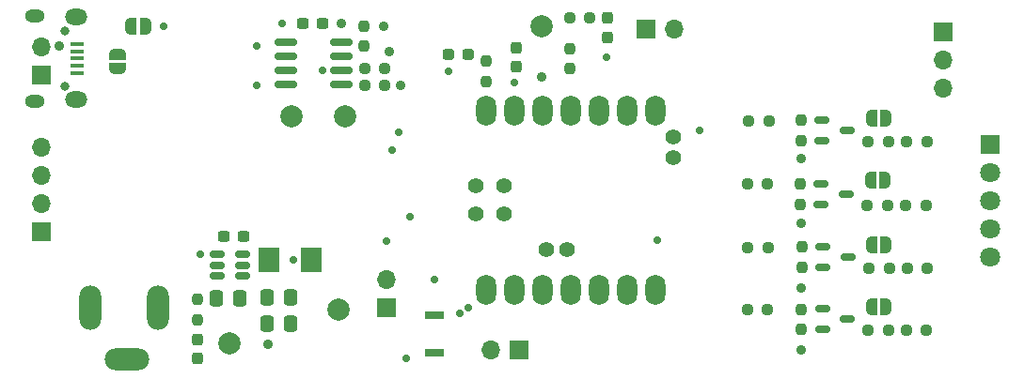
<source format=gbr>
%TF.GenerationSoftware,KiCad,Pcbnew,7.0.1*%
%TF.CreationDate,2023-04-11T18:42:35+01:00*%
%TF.ProjectId,zigbee-led-controller,7a696762-6565-42d6-9c65-642d636f6e74,1*%
%TF.SameCoordinates,Original*%
%TF.FileFunction,Soldermask,Top*%
%TF.FilePolarity,Negative*%
%FSLAX46Y46*%
G04 Gerber Fmt 4.6, Leading zero omitted, Abs format (unit mm)*
G04 Created by KiCad (PCBNEW 7.0.1) date 2023-04-11 18:42:35*
%MOMM*%
%LPD*%
G01*
G04 APERTURE LIST*
G04 Aperture macros list*
%AMRoundRect*
0 Rectangle with rounded corners*
0 $1 Rounding radius*
0 $2 $3 $4 $5 $6 $7 $8 $9 X,Y pos of 4 corners*
0 Add a 4 corners polygon primitive as box body*
4,1,4,$2,$3,$4,$5,$6,$7,$8,$9,$2,$3,0*
0 Add four circle primitives for the rounded corners*
1,1,$1+$1,$2,$3*
1,1,$1+$1,$4,$5*
1,1,$1+$1,$6,$7*
1,1,$1+$1,$8,$9*
0 Add four rect primitives between the rounded corners*
20,1,$1+$1,$2,$3,$4,$5,0*
20,1,$1+$1,$4,$5,$6,$7,0*
20,1,$1+$1,$6,$7,$8,$9,0*
20,1,$1+$1,$8,$9,$2,$3,0*%
%AMFreePoly0*
4,1,19,0.500000,-0.750000,0.000000,-0.750000,0.000000,-0.744911,-0.071157,-0.744911,-0.207708,-0.704816,-0.327430,-0.627875,-0.420627,-0.520320,-0.479746,-0.390866,-0.500000,-0.250000,-0.500000,0.250000,-0.479746,0.390866,-0.420627,0.520320,-0.327430,0.627875,-0.207708,0.704816,-0.071157,0.744911,0.000000,0.744911,0.000000,0.750000,0.500000,0.750000,0.500000,-0.750000,0.500000,-0.750000,
$1*%
%AMFreePoly1*
4,1,19,0.000000,0.744911,0.071157,0.744911,0.207708,0.704816,0.327430,0.627875,0.420627,0.520320,0.479746,0.390866,0.500000,0.250000,0.500000,-0.250000,0.479746,-0.390866,0.420627,-0.520320,0.327430,-0.627875,0.207708,-0.704816,0.071157,-0.744911,0.000000,-0.744911,0.000000,-0.750000,-0.500000,-0.750000,-0.500000,0.750000,0.000000,0.750000,0.000000,0.744911,0.000000,0.744911,
$1*%
G04 Aperture macros list end*
%ADD10R,1.800000X1.800000*%
%ADD11C,1.800000*%
%ADD12R,1.700000X0.800000*%
%ADD13FreePoly0,0.000000*%
%ADD14FreePoly1,0.000000*%
%ADD15RoundRect,0.237500X-0.287500X-0.237500X0.287500X-0.237500X0.287500X0.237500X-0.287500X0.237500X0*%
%ADD16R,1.700000X1.700000*%
%ADD17O,1.700000X1.700000*%
%ADD18R,1.854500X2.286000*%
%ADD19RoundRect,0.237500X0.250000X0.237500X-0.250000X0.237500X-0.250000X-0.237500X0.250000X-0.237500X0*%
%ADD20RoundRect,0.150000X-0.825000X-0.150000X0.825000X-0.150000X0.825000X0.150000X-0.825000X0.150000X0*%
%ADD21C,2.000000*%
%ADD22RoundRect,0.237500X0.237500X-0.250000X0.237500X0.250000X-0.237500X0.250000X-0.237500X-0.250000X0*%
%ADD23RoundRect,0.237500X-0.237500X0.250000X-0.237500X-0.250000X0.237500X-0.250000X0.237500X0.250000X0*%
%ADD24O,0.800000X0.800000*%
%ADD25R,1.300000X0.450000*%
%ADD26O,1.800000X1.150000*%
%ADD27O,2.000000X1.450000*%
%ADD28RoundRect,0.237500X0.237500X-0.287500X0.237500X0.287500X-0.237500X0.287500X-0.237500X-0.287500X0*%
%ADD29RoundRect,0.150000X-0.512500X-0.150000X0.512500X-0.150000X0.512500X0.150000X-0.512500X0.150000X0*%
%ADD30RoundRect,0.237500X0.300000X0.237500X-0.300000X0.237500X-0.300000X-0.237500X0.300000X-0.237500X0*%
%ADD31RoundRect,0.250000X0.337500X0.475000X-0.337500X0.475000X-0.337500X-0.475000X0.337500X-0.475000X0*%
%ADD32RoundRect,0.250000X-0.337500X-0.475000X0.337500X-0.475000X0.337500X0.475000X-0.337500X0.475000X0*%
%ADD33FreePoly0,270.000000*%
%ADD34FreePoly1,270.000000*%
%ADD35O,1.800000X2.750000*%
%ADD36C,1.397000*%
%ADD37O,2.000000X4.000000*%
%ADD38O,4.000000X2.000000*%
%ADD39RoundRect,0.237500X-0.250000X-0.237500X0.250000X-0.237500X0.250000X0.237500X-0.250000X0.237500X0*%
%ADD40C,0.900000*%
%ADD41C,0.700000*%
G04 APERTURE END LIST*
D10*
%TO.C,J4*%
X124206000Y-46228000D03*
D11*
X124206000Y-48768000D03*
X124206000Y-51308000D03*
X124206000Y-53848000D03*
X124206000Y-56388000D03*
%TD*%
D12*
%TO.C,RST*%
X74168000Y-61624000D03*
X74168000Y-65024000D03*
%TD*%
D13*
%TO.C,JP3*%
X113509100Y-43815000D03*
D14*
X114809100Y-43815000D03*
%TD*%
D15*
%TO.C,D3*%
X75453100Y-38100000D03*
X77203100Y-38100000D03*
%TD*%
D16*
%TO.C,JP2*%
X120016100Y-36068000D03*
D17*
X120016100Y-38608000D03*
X120016100Y-41148000D03*
%TD*%
D18*
%TO.C,L1*%
X59296350Y-56642000D03*
X63080850Y-56642000D03*
%TD*%
D19*
%TO.C,R14*%
X104188100Y-49784000D03*
X102363100Y-49784000D03*
%TD*%
D20*
%TO.C,U1*%
X60813600Y-36957000D03*
X60813600Y-38227000D03*
X60813600Y-39497000D03*
X60813600Y-40767000D03*
X65763600Y-40767000D03*
X65763600Y-39497000D03*
X65763600Y-38227000D03*
X65763600Y-36957000D03*
%TD*%
D21*
%TO.C,SCL*%
X61342100Y-43688000D03*
%TD*%
D19*
%TO.C,R7*%
X114983100Y-51689000D03*
X113158100Y-51689000D03*
%TD*%
D21*
%TO.C,SDA*%
X66144600Y-43688000D03*
%TD*%
D22*
%TO.C,R20*%
X107189100Y-62912000D03*
X107189100Y-61087000D03*
%TD*%
D16*
%TO.C,J2*%
X93218000Y-35814000D03*
D17*
X95758000Y-35814000D03*
%TD*%
D23*
%TO.C,R4*%
X86361100Y-37532250D03*
X86361100Y-39357250D03*
%TD*%
D13*
%TO.C,JP5*%
X113532600Y-55245000D03*
D14*
X114832600Y-55245000D03*
%TD*%
D24*
%TO.C,J6*%
X40908100Y-35956000D03*
X40908100Y-40956000D03*
D25*
X42008100Y-37156000D03*
X42008100Y-37806000D03*
X42008100Y-38456000D03*
X42008100Y-39106000D03*
X42008100Y-39756000D03*
D26*
X38158100Y-34581000D03*
D27*
X41958100Y-34731000D03*
X41958100Y-42181000D03*
D26*
X38158100Y-42331000D03*
%TD*%
D19*
%TO.C,R3*%
X69724100Y-39370000D03*
X67899100Y-39370000D03*
%TD*%
%TO.C,R10*%
X118562600Y-57404000D03*
X116737600Y-57404000D03*
%TD*%
D22*
%TO.C,R19*%
X107259600Y-57300500D03*
X107259600Y-55475500D03*
%TD*%
D28*
%TO.C,D1*%
X81535100Y-39216250D03*
X81535100Y-37466250D03*
%TD*%
D16*
%TO.C,J3*%
X38793100Y-54092000D03*
D17*
X38793100Y-51552000D03*
X38793100Y-49012000D03*
X38793100Y-46472000D03*
%TD*%
D29*
%TO.C,Q3*%
X109175600Y-55438000D03*
X109175600Y-57338000D03*
X111450600Y-56388000D03*
%TD*%
D19*
%TO.C,R11*%
X115063100Y-62992000D03*
X113238100Y-62992000D03*
%TD*%
D30*
%TO.C,C2*%
X56971100Y-54483000D03*
X55246100Y-54483000D03*
%TD*%
D21*
%TO.C,GND*%
X55727600Y-64135000D03*
%TD*%
D31*
%TO.C,C4*%
X61188600Y-60037000D03*
X59113600Y-60037000D03*
%TD*%
D16*
%TO.C,JP1*%
X69824600Y-60960000D03*
D17*
X69824600Y-58420000D03*
%TD*%
D28*
%TO.C,D2*%
X52806600Y-65541500D03*
X52806600Y-63791500D03*
%TD*%
D29*
%TO.C,Q2*%
X109001600Y-49723000D03*
X109001600Y-51623000D03*
X111276600Y-50673000D03*
%TD*%
D13*
%TO.C,JP4*%
X113435600Y-49403000D03*
D14*
X114735600Y-49403000D03*
%TD*%
D21*
%TO.C,3v3*%
X83820000Y-35560000D03*
%TD*%
D16*
%TO.C,J1*%
X81793000Y-64770000D03*
D17*
X79253000Y-64770000D03*
%TD*%
D29*
%TO.C,Q1*%
X109084600Y-44008000D03*
X109084600Y-45908000D03*
X111359600Y-44958000D03*
%TD*%
D32*
%TO.C,C5*%
X54563100Y-60071000D03*
X56638100Y-60071000D03*
%TD*%
D19*
%TO.C,R5*%
X115071600Y-45974000D03*
X113246600Y-45974000D03*
%TD*%
%TO.C,R9*%
X115133600Y-57404000D03*
X113308600Y-57404000D03*
%TD*%
D22*
%TO.C,R18*%
X107085600Y-51609000D03*
X107085600Y-49784000D03*
%TD*%
D33*
%TO.C,JP7*%
X45651100Y-38045000D03*
D34*
X45651100Y-39345000D03*
%TD*%
D19*
%TO.C,R15*%
X104235100Y-55499000D03*
X102410100Y-55499000D03*
%TD*%
%TO.C,R16*%
X104164600Y-61087000D03*
X102339600Y-61087000D03*
%TD*%
D22*
%TO.C,R22*%
X78868100Y-40536500D03*
X78868100Y-38711500D03*
%TD*%
D35*
%TO.C,U2*%
X78841513Y-59322600D03*
X81381513Y-59322600D03*
X83921513Y-59322600D03*
X86461513Y-59322600D03*
X89001513Y-59322600D03*
X91541513Y-59322600D03*
X94081513Y-59322600D03*
X94081513Y-43132680D03*
X91541513Y-43132680D03*
X89001513Y-43132680D03*
X86461513Y-43132680D03*
X83921513Y-43132680D03*
X81381513Y-43132680D03*
X78841513Y-43132680D03*
D36*
X77889513Y-52497640D03*
X77889513Y-49957640D03*
X80429513Y-52497640D03*
X80429513Y-49957640D03*
X86144513Y-55672640D03*
X84239513Y-55672640D03*
X95669513Y-47417640D03*
X95669513Y-45512640D03*
%TD*%
D13*
%TO.C,JP8*%
X46848000Y-35560000D03*
D14*
X48148000Y-35560000D03*
%TD*%
D16*
%TO.C,J5*%
X38793100Y-39920000D03*
D17*
X38793100Y-37380000D03*
%TD*%
D29*
%TO.C,U3*%
X54595600Y-56139000D03*
X54595600Y-57089000D03*
X54595600Y-58039000D03*
X56870600Y-58039000D03*
X56870600Y-57089000D03*
X56870600Y-56139000D03*
%TD*%
D19*
%TO.C,R13*%
X104276600Y-44069000D03*
X102451600Y-44069000D03*
%TD*%
D23*
%TO.C,R1*%
X67795600Y-35513000D03*
X67795600Y-37338000D03*
%TD*%
%TO.C,R21*%
X52806600Y-60198000D03*
X52806600Y-62023000D03*
%TD*%
D31*
%TO.C,C3*%
X61188600Y-62357000D03*
X59113600Y-62357000D03*
%TD*%
D30*
%TO.C,C1*%
X64086100Y-35306000D03*
X62361100Y-35306000D03*
%TD*%
D28*
%TO.C,D4*%
X89790100Y-36548000D03*
X89790100Y-34798000D03*
%TD*%
D19*
%TO.C,R8*%
X118435600Y-51689000D03*
X116610600Y-51689000D03*
%TD*%
D13*
%TO.C,JP6*%
X113515600Y-60833000D03*
D14*
X114815600Y-60833000D03*
%TD*%
D37*
%TO.C,J7*%
X49254600Y-60960000D03*
D38*
X46454600Y-65560000D03*
D37*
X43154600Y-60960000D03*
%TD*%
D21*
%TO.C,5V*%
X65506600Y-61087000D03*
%TD*%
D22*
%TO.C,R17*%
X107174100Y-45870500D03*
X107174100Y-44045500D03*
%TD*%
D39*
%TO.C,R23*%
X86337600Y-34798000D03*
X88162600Y-34798000D03*
%TD*%
D19*
%TO.C,R12*%
X118492100Y-62992000D03*
X116667100Y-62992000D03*
%TD*%
D29*
%TO.C,Q4*%
X109105100Y-61026000D03*
X109105100Y-62926000D03*
X111380100Y-61976000D03*
%TD*%
D19*
%TO.C,R2*%
X69724100Y-40894000D03*
X67899100Y-40894000D03*
%TD*%
%TO.C,R6*%
X118524100Y-45974000D03*
X116699100Y-45974000D03*
%TD*%
D40*
X69596000Y-35560000D03*
X83820000Y-40132000D03*
X65786000Y-35306000D03*
X71120000Y-40894000D03*
X70104000Y-37846000D03*
D41*
X89662000Y-38354000D03*
D40*
X107188000Y-53340000D03*
D41*
X71628000Y-65532000D03*
D40*
X107188000Y-59182000D03*
X59182000Y-64262000D03*
D41*
X81381513Y-40640000D03*
X58166000Y-40894000D03*
X58166000Y-37338000D03*
D40*
X107188000Y-47498000D03*
D41*
X60452000Y-35306000D03*
D40*
X107188000Y-64770000D03*
D41*
X58166000Y-37338000D03*
X75438000Y-39624000D03*
X53086000Y-56134000D03*
X61468000Y-56642000D03*
X77216000Y-60960000D03*
X76454000Y-61468000D03*
X94234000Y-54864000D03*
X98044000Y-44958000D03*
X72009000Y-52705000D03*
X69824600Y-54889400D03*
D40*
X40386000Y-37338000D03*
D41*
X49784000Y-35560000D03*
X70358000Y-46736000D03*
X70358000Y-46736000D03*
X64135000Y-39497000D03*
X70993000Y-45085000D03*
X74168000Y-58420000D03*
M02*

</source>
